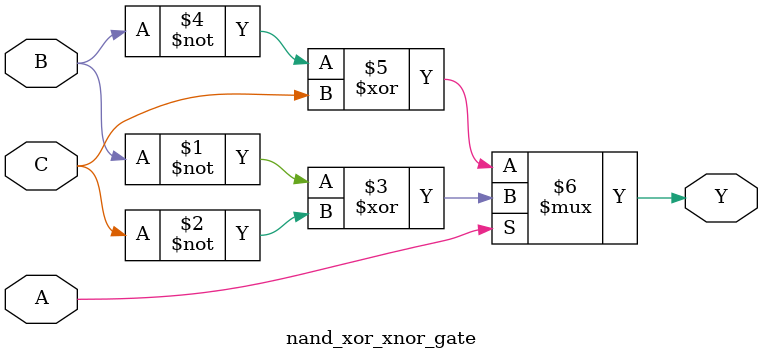
<source format=sv>
module nand_xor_xnor_gate (
    input wire A, B, C,   // 输入A, B, C
    output wire Y         // 输出Y
);
    // 原表达式: ~(A & B) ^ (C ~^ A)
    // 更优化的表达式
    assign Y = A ? (~B ^ ~C) : (~B ^ C);
endmodule
</source>
